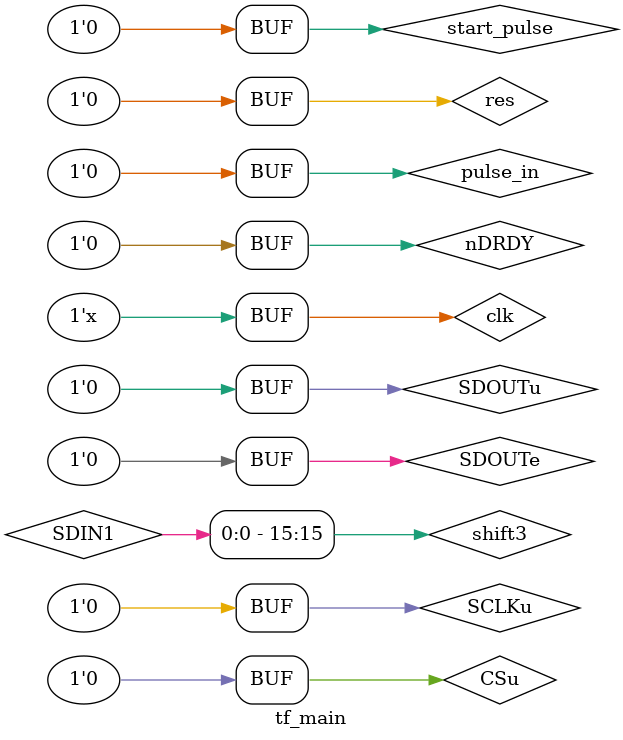
<source format=v>
`timescale 1ns / 1ns


module tf_main;

	// Inputs
	reg clk;
	reg res;
	reg start_pulse;
	reg pulse_in;
	
	reg nDRDY;
	reg SDIN1;
	wire SCLK1;
	
/////////////	
	reg CSu;
	reg SDOUTu;
	reg SCLKu;
	wire SDINu;
/////////////////

/////////
   reg SDOUTe; 
	wire SDIN; 
   wire SCLKe; 
   wire [3:0] CSe;

/////////

	
	
/////////////	
	wire relayAp; 
   wire relayAn; 
   wire relayBp; 
   wire relayBn; 
   wire Clk_Out; 
/////////////////////	
	
reg [1:0] shift1;
reg [1:0] shift2;
reg [15:0] shift3;
reg [15:0] cnt;

wire pedge;
wire nedge;
wire data_done;
	
	
	// Instantiate the module
main top3 (
    .clk(clk), 
    .res(res), 
    .start_pulse(start_pulse), 
    .data_done(data_done), 
    .pulse_in(pulse_in), 
    .relayAp(relayAp), 
    .relayAn(relayAn), 
    .relayBp(relayBp), 
    .relayBn(relayBn), 
    .Clk_Out(Clk_Out), 
    .SDOUTu(SDOUTu), 
    .SCLKu(SCLKu), 
    .CSu(CSu), 
    .SDINu(SDINu), 
    .nDRDY(nDRDY), 
    .SDIN1(SDIN1), 
    .SCLK1(SCLK1), 
    .SDOUTe(SDOUTe), 
    .SDINe(SDINe), 
    .SCLKe(SCLKe), 
    .CSe(CSe)
    );
	
	
	
	// Instantiate the Unit Under Test (UUT)

	initial begin
		// Initialize Inputs
		clk = 0;
		res = 0;
		start_pulse = 0;
		nDRDY = 0;
		SDIN1 =0 ;
		
		CSu=0;
	   SDOUTu=0;
	   SCLKu=0;
		SDOUTe=0;
		pulse_in=0;

		// Wait 100 ns for global reset to finish
		#100 res=1;
		#100 res=0;
       

      #100 start_pulse=1;
		#100 start_pulse=0;	

		//#35_000_000 res=1;
		//#100 res=0;
		//#5_000_000 start_pulse=1;
		//#100 start_pulse=0;
		// Add stimulus here

	end
always 
#20 clk = ~clk; 

always @(shift3)
SDIN1=shift3[15];

always @(posedge clk  or posedge res)
if (res)
	shift1<= 0;
else 
	shift1<={shift1[0],nDRDY};

assign pedge=(~shift1[1])&shift1[0];

always @(posedge clk or posedge res)
if (res)
	cnt<= 0;
else if (pedge)
	cnt<=cnt+1;
else
  cnt <=cnt;	


always @(posedge clk  or posedge res)
if (res)
	shift2<= 0;
else 
	shift2<={shift2[0],SCLK1};

assign nedge=(shift2[1])&(~shift2[0]);

always @(posedge clk  or posedge res)
if (res)
	shift3<= 0;
else if (pedge)
  shift3<=cnt;
else if (nedge)  
	shift3<={shift3[14:0],1'b0};
else
  shift3<=shift3;	

	
always 
begin
#31000 nDRDY=1;
#250 nDRDY=0;
end


endmodule

</source>
